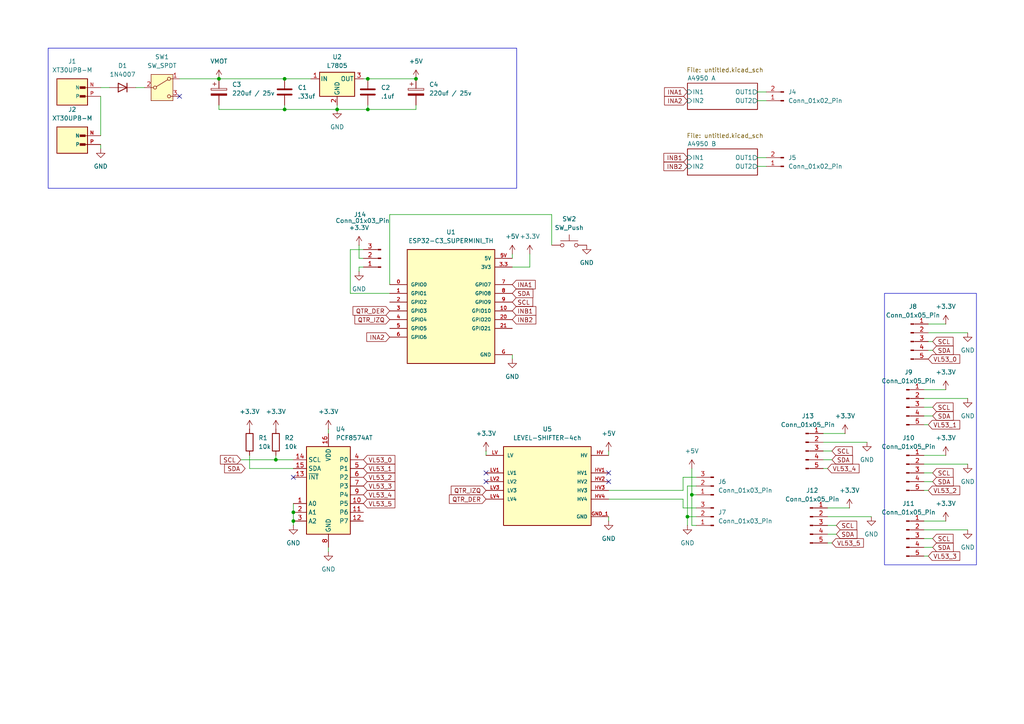
<source format=kicad_sch>
(kicad_sch (version 20250114) (generator "eeschema") (generator_version "9.0")
  (paper "A4")
  (lib_symbols
    (symbol "BOB-12009:BOB-12009" (pin_names (offset 1.016))
      (property "Reference" "U" (at -12.7 11.43 0))
      (property "Value" "BOB-12009" (at -12.7 -15.24 0))
      (symbol "BOB-12009_0_0"
        (rectangle (start -12.7 -12.7) (end 12.7 10.16) (stroke (width 0.254)) (fill (type background)))
        (pin bidirectional line (at -17.78 7.62 0) (length 5.08) (name "LV") (number "LV"))
        (pin bidirectional line (at -17.78 2.54 0) (length 5.08) (name "LV1") (number "LV1"))
        (pin bidirectional line (at -17.78 0 0) (length 5.08) (name "LV2") (number "LV2"))
        (pin bidirectional line (at -17.78 -2.54 0) (length 5.08) (name "LV3") (number "LV3"))
        (pin bidirectional line (at -17.78 -5.08 0) (length 5.08) (name "LV4") (number "LV4"))
        (pin bidirectional line (at 17.78 7.62 180) (length 5.08) (name "HV") (number "HV"))
        (pin bidirectional line (at 17.78 2.54 180) (length 5.08) (name "HV1") (number "HV1"))
        (pin bidirectional line (at 17.78 0 180) (length 5.08) (name "HV2") (number "HV2"))
        (pin bidirectional line (at 17.78 -2.54 180) (length 5.08) (name "HV3") (number "HV3"))
        (pin bidirectional line (at 17.78 -5.08 180) (length 5.08) (name "HV4") (number "HV4"))
        (pin power_in line (at 17.78 -10.16 180) (length 5.08) (name "GND") (number "GND_1"))
        (pin power_in line (at 17.78 -10.16 180) (length 5.08) (hide yes) (name "GND") (number "GND_2"))
      )
    )
    (symbol "Connector:Conn_01x02_Pin" (pin_names (offset 1.016) (hide yes))
      (property "Reference" "J" (at 0 2.54 0))
      (property "Value" "Conn_01x02_Pin" (at 0 -5.08 0))
      (symbol "Conn_01x02_Pin_1_1"
        (rectangle (start 0.8636 0.127) (end 0 -0.127) (stroke (width 0.1524)) (fill (type outline)))
        (rectangle (start 0.8636 -2.413) (end 0 -2.667) (stroke (width 0.1524)) (fill (type outline)))
        (polyline (pts (xy 1.27 0) (xy 0.8636 0)) (stroke (width 0.1524)))
        (polyline (pts (xy 1.27 -2.54) (xy 0.8636 -2.54)) (stroke (width 0.1524)))
        (pin passive line (at 5.08 0 180) (length 3.81) (name "Pin_1") (number "1"))
        (pin passive line (at 5.08 -2.54 180) (length 3.81) (name "Pin_2") (number "2"))
      )
    )
    (symbol "Connector:Conn_01x03_Pin" (pin_names (offset 1.016) (hide yes))
      (property "Reference" "J" (at 0 5.08 0))
      (property "Value" "Conn_01x03_Pin" (at 0 -5.08 0))
      (symbol "Conn_01x03_Pin_1_1"
        (rectangle (start 0.8636 2.667) (end 0 2.413) (stroke (width 0.1524)) (fill (type outline)))
        (rectangle (start 0.8636 0.127) (end 0 -0.127) (stroke (width 0.1524)) (fill (type outline)))
        (rectangle (start 0.8636 -2.413) (end 0 -2.667) (stroke (width 0.1524)) (fill (type outline)))
        (polyline (pts (xy 1.27 2.54) (xy 0.8636 2.54)) (stroke (width 0.1524)))
        (polyline (pts (xy 1.27 0) (xy 0.8636 0)) (stroke (width 0.1524)))
        (polyline (pts (xy 1.27 -2.54) (xy 0.8636 -2.54)) (stroke (width 0.1524)))
        (pin passive line (at 5.08 2.54 180) (length 3.81) (name "Pin_1") (number "1"))
        (pin passive line (at 5.08 0 180) (length 3.81) (name "Pin_2") (number "2"))
        (pin passive line (at 5.08 -2.54 180) (length 3.81) (name "Pin_3") (number "3"))
      )
    )
    (symbol "Connector:Conn_01x05_Pin" (pin_names (offset 1.016) (hide yes))
      (property "Reference" "J" (at 0 7.62 0))
      (property "Value" "Conn_01x05_Pin" (at 0 -7.62 0))
      (symbol "Conn_01x05_Pin_1_1"
        (rectangle (start 0.8636 5.207) (end 0 4.953) (stroke (width 0.1524)) (fill (type outline)))
        (rectangle (start 0.8636 2.667) (end 0 2.413) (stroke (width 0.1524)) (fill (type outline)))
        (rectangle (start 0.8636 0.127) (end 0 -0.127) (stroke (width 0.1524)) (fill (type outline)))
        (rectangle (start 0.8636 -2.413) (end 0 -2.667) (stroke (width 0.1524)) (fill (type outline)))
        (rectangle (start 0.8636 -4.953) (end 0 -5.207) (stroke (width 0.1524)) (fill (type outline)))
        (polyline (pts (xy 1.27 5.08) (xy 0.8636 5.08)) (stroke (width 0.1524)))
        (polyline (pts (xy 1.27 2.54) (xy 0.8636 2.54)) (stroke (width 0.1524)))
        (polyline (pts (xy 1.27 0) (xy 0.8636 0)) (stroke (width 0.1524)))
        (polyline (pts (xy 1.27 -2.54) (xy 0.8636 -2.54)) (stroke (width 0.1524)))
        (polyline (pts (xy 1.27 -5.08) (xy 0.8636 -5.08)) (stroke (width 0.1524)))
        (pin passive line (at 5.08 5.08 180) (length 3.81) (name "Pin_1") (number "1"))
        (pin passive line (at 5.08 2.54 180) (length 3.81) (name "Pin_2") (number "2"))
        (pin passive line (at 5.08 0 180) (length 3.81) (name "Pin_3") (number "3"))
        (pin passive line (at 5.08 -2.54 180) (length 3.81) (name "Pin_4") (number "4"))
        (pin passive line (at 5.08 -5.08 180) (length 3.81) (name "Pin_5") (number "5"))
      )
    )
    (symbol "Device:C" (pin_numbers (hide yes)) (pin_names (offset 0.254))
      (property "Reference" "C" (at 0.635 2.54 0))
      (property "Value" "C" (at 0.635 -2.54 0))
      (symbol "C_0_1"
        (polyline (pts (xy -2.032 0.762) (xy 2.032 0.762)) (stroke (width 0.508)))
        (polyline (pts (xy -2.032 -0.762) (xy 2.032 -0.762)) (stroke (width 0.508)))
      )
      (symbol "C_1_1"
        (pin passive line (at 0 3.81 270) (length 2.794) (name "~") (number "1"))
        (pin passive line (at 0 -3.81 90) (length 2.794) (name "~") (number "2"))
      )
    )
    (symbol "Device:C_Polarized" (pin_numbers (hide yes)) (pin_names (offset 0.254))
      (property "Reference" "C" (at 0.635 2.54 0))
      (property "Value" "C_Polarized" (at 0.635 -2.54 0))
      (symbol "C_Polarized_0_1"
        (rectangle (start -2.286 0.508) (end 2.286 1.016))
        (polyline (pts (xy -1.778 2.286) (xy -0.762 2.286)))
        (polyline (pts (xy -1.27 2.794) (xy -1.27 1.778)))
        (rectangle (start 2.286 -0.508) (end -2.286 -1.016) (fill (type outline)))
      )
      (symbol "C_Polarized_1_1"
        (pin passive line (at 0 3.81 270) (length 2.794) (name "~") (number "1"))
        (pin passive line (at 0 -3.81 90) (length 2.794) (name "~") (number "2"))
      )
    )
    (symbol "Device:R" (pin_numbers (hide yes)) (pin_names (offset 0))
      (property "Reference" "R" (at 2.032 0 90))
      (property "Value" "R" (at 0 0 90))
      (symbol "R_0_1"
        (rectangle (start -1.016 -2.54) (end 1.016 2.54) (stroke (width 0.254)))
      )
      (symbol "R_1_1"
        (pin passive line (at 0 3.81 270) (length 1.27) (name "~") (number "1"))
        (pin passive line (at 0 -3.81 90) (length 1.27) (name "~") (number "2"))
      )
    )
    (symbol "Diode:1N4007" (pin_numbers (hide yes)) (pin_names (hide yes))
      (property "Reference" "D" (at 0 2.54 0))
      (property "Value" "1N4007" (at 0 -2.54 0))
      (symbol "1N4007_0_1"
        (polyline (pts (xy -1.27 1.27) (xy -1.27 -1.27)) (stroke (width 0.254)))
        (polyline (pts (xy 1.27 1.27) (xy 1.27 -1.27) (xy -1.27 0) (xy 1.27 1.27)) (stroke (width 0.254)))
        (polyline (pts (xy 1.27 0) (xy -1.27 0)))
      )
      (symbol "1N4007_1_1"
        (pin passive line (at -3.81 0 0) (length 2.54) (name "K") (number "1"))
        (pin passive line (at 3.81 0 180) (length 2.54) (name "A") (number "2"))
      )
    )
    (symbol "ESP32-C3_SUPERMINI_TH:ESP32-C3_SUPERMINI_TH" (pin_names (offset 1.016))
      (property "Reference" "U" (at -12.7 16.002 0))
      (property "Value" "ESP32-C3_SUPERMINI_TH" (at -12.7 -20.32 0))
      (symbol "ESP32-C3_SUPERMINI_TH_0_0"
        (rectangle (start -12.7 -17.78) (end 12.7 15.24) (stroke (width 0.254)) (fill (type background)))
        (pin bidirectional line (at -17.78 5.08 0) (length 5.08) (name "GPIO0") (number "0"))
        (pin bidirectional line (at -17.78 2.54 0) (length 5.08) (name "GPIO1") (number "1"))
        (pin bidirectional line (at -17.78 0 0) (length 5.08) (name "GPIO2") (number "2"))
        (pin bidirectional line (at -17.78 -2.54 0) (length 5.08) (name "GPIO3") (number "3"))
        (pin bidirectional line (at -17.78 -5.08 0) (length 5.08) (name "GPIO4") (number "4"))
        (pin bidirectional line (at -17.78 -7.62 0) (length 5.08) (name "GPIO5") (number "5"))
        (pin bidirectional line (at -17.78 -10.16 0) (length 5.08) (name "GPIO6") (number "6"))
        (pin power_in line (at 17.78 12.7 180) (length 5.08) (name "5V") (number "5V"))
        (pin power_in line (at 17.78 10.16 180) (length 5.08) (name "3V3") (number "3.3"))
        (pin bidirectional line (at 17.78 5.08 180) (length 5.08) (name "GPIO7") (number "7"))
        (pin bidirectional line (at 17.78 2.54 180) (length 5.08) (name "GPIO8") (number "8"))
        (pin bidirectional line (at 17.78 0 180) (length 5.08) (name "GPIO9") (number "9"))
        (pin bidirectional line (at 17.78 -2.54 180) (length 5.08) (name "GPIO10") (number "10"))
        (pin bidirectional line (at 17.78 -5.08 180) (length 5.08) (name "GPIO20") (number "20"))
        (pin bidirectional line (at 17.78 -7.62 180) (length 5.08) (name "GPIO21") (number "21"))
        (pin power_in line (at 17.78 -15.24 180) (length 5.08) (name "GND") (number "G"))
      )
    )
    (symbol "Interface_Expansion:PCF8574AT"
      (property "Reference" "U" (at -6.35 12.954 0))
      (property "Value" "PCF8574AT" (at 3.048 12.954 0))
      (symbol "PCF8574AT_0_1"
        (rectangle (start -6.35 -13.97) (end 6.35 11.43) (stroke (width 0.254)) (fill (type background)))
      )
      (symbol "PCF8574AT_1_1"
        (pin input line (at -10.16 7.62 0) (length 3.81) (name "SCL") (number "14"))
        (pin bidirectional line (at -10.16 5.08 0) (length 3.81) (name "SDA") (number "15"))
        (pin open_collector line (at -10.16 2.54 0) (length 3.81) (name "~{INT}") (number "13"))
        (pin input line (at -10.16 -5.08 0) (length 3.81) (name "A0") (number "1"))
        (pin input line (at -10.16 -7.62 0) (length 3.81) (name "A1") (number "2"))
        (pin input line (at -10.16 -10.16 0) (length 3.81) (name "A2") (number "3"))
        (pin power_in line (at 0 15.24 270) (length 3.81) (name "VDD") (number "16"))
        (pin power_in line (at 0 -17.78 90) (length 3.81) (name "GND") (number "8"))
        (pin bidirectional line (at 10.16 7.62 180) (length 3.81) (name "P0") (number "4"))
        (pin bidirectional line (at 10.16 5.08 180) (length 3.81) (name "P1") (number "5"))
        (pin bidirectional line (at 10.16 2.54 180) (length 3.81) (name "P2") (number "6"))
        (pin bidirectional line (at 10.16 0 180) (length 3.81) (name "P3") (number "7"))
        (pin bidirectional line (at 10.16 -2.54 180) (length 3.81) (name "P4") (number "9"))
        (pin bidirectional line (at 10.16 -5.08 180) (length 3.81) (name "P5") (number "10"))
        (pin bidirectional line (at 10.16 -7.62 180) (length 3.81) (name "P6") (number "11"))
        (pin bidirectional line (at 10.16 -10.16 180) (length 3.81) (name "P7") (number "12"))
      )
    )
    (symbol "Regulator_Linear:L7805" (pin_names (offset 0.254))
      (property "Reference" "U" (at -3.81 3.175 0))
      (property "Value" "L7805" (at 0 3.175 0))
      (symbol "L7805_0_1"
        (rectangle (start -5.08 1.905) (end 5.08 -5.08) (stroke (width 0.254)) (fill (type background)))
      )
      (symbol "L7805_1_1"
        (pin power_in line (at -7.62 0 0) (length 2.54) (name "IN") (number "1"))
        (pin power_in line (at 0 -7.62 90) (length 2.54) (name "GND") (number "2"))
        (pin power_out line (at 7.62 0 180) (length 2.54) (name "OUT") (number "3"))
      )
    )
    (symbol "Switch:SW_Push" (pin_numbers (hide yes)) (pin_names (offset 1.016) (hide yes))
      (property "Reference" "SW" (at 1.27 2.54 0))
      (property "Value" "SW_Push" (at 0 -1.524 0))
      (symbol "SW_Push_0_1"
        (circle (center -2.032 0) (radius 0.508))
        (polyline (pts (xy 0 1.27) (xy 0 3.048)))
        (circle (center 2.032 0) (radius 0.508))
        (polyline (pts (xy 2.54 1.27) (xy -2.54 1.27)))
        (pin passive line (at -5.08 0 0) (length 2.54) (name "1") (number "1"))
        (pin passive line (at 5.08 0 180) (length 2.54) (name "2") (number "2"))
      )
    )
    (symbol "Switch:SW_SPDT" (pin_names (offset 0) (hide yes))
      (property "Reference" "SW" (at 0 5.08 0))
      (property "Value" "SW_SPDT" (at 0 -5.08 0))
      (symbol "SW_SPDT_0_1"
        (circle (center -2.032 0) (radius 0.4572))
        (polyline (pts (xy -1.651 0.254) (xy 1.651 2.286)))
        (circle (center 2.032 2.54) (radius 0.4572))
        (circle (center 2.032 -2.54) (radius 0.4572))
      )
      (symbol "SW_SPDT_1_1"
        (rectangle (start -3.175 3.81) (end 3.175 -3.81) (fill (type background)))
        (pin passive line (at -5.08 0 0) (length 2.54) (name "B") (number "2"))
        (pin passive line (at 5.08 2.54 180) (length 2.54) (name "A") (number "1"))
        (pin passive line (at 5.08 -2.54 180) (length 2.54) (name "C") (number "3"))
      )
    )
    (symbol "XT30UPB-M:XT30UPB-M" (pin_names (offset 1.016))
      (property "Reference" "J" (at -3.81 3.81 0))
      (property "Value" "XT30UPB-M" (at -4.064 -7.874 0))
      (symbol "XT30UPB-M_0_0"
        (rectangle (start -3.81 -5.08) (end 5.08 2.54) (stroke (width 0.254)) (fill (type background)))
        (rectangle (start -3.175 -0.3175) (end -1.5875 0.3175) (stroke (width 0.1)) (fill (type outline)))
        (rectangle (start -3.175 -2.8575) (end -1.5875 -2.2225) (stroke (width 0.1)) (fill (type outline)))
        (pin passive line (at -7.62 0 0) (length 5.08) (name "P") (number "P"))
        (pin passive line (at -7.62 -2.54 0) (length 5.08) (name "N") (number "N"))
      )
    )
    (symbol "power:+3.3V" (power) (pin_numbers (hide yes)) (pin_names (offset 0) (hide yes))
      (property "Value" "+3.3V" (at 0 3.556 0))
      (symbol "+3.3V_0_1"
        (polyline (pts (xy -0.762 1.27) (xy 0 2.54)))
        (polyline (pts (xy 0 2.54) (xy 0.762 1.27)))
        (polyline (pts (xy 0 0) (xy 0 2.54)))
      )
      (symbol "+3.3V_1_1"
        (pin power_in line (at 0 0 90) (length 0) (name "~") (number "1"))
      )
    )
    (symbol "power:+5V" (power) (pin_numbers (hide yes)) (pin_names (offset 0) (hide yes))
      (property "Value" "+5V" (at 0 3.556 0))
      (symbol "+5V_0_1"
        (polyline (pts (xy -0.762 1.27) (xy 0 2.54)))
        (polyline (pts (xy 0 2.54) (xy 0.762 1.27)))
        (polyline (pts (xy 0 0) (xy 0 2.54)))
      )
      (symbol "+5V_1_1"
        (pin power_in line (at 0 0 90) (length 0) (name "~") (number "1"))
      )
    )
    (symbol "power:GND" (power) (pin_numbers (hide yes)) (pin_names (offset 0) (hide yes))
      (property "Value" "GND" (at 0 -3.81 0))
      (symbol "GND_0_1"
        (polyline (pts (xy 0 0) (xy 0 -1.27) (xy 1.27 -1.27) (xy 0 -2.54) (xy -1.27 -1.27) (xy 0 -1.27)))
      )
      (symbol "GND_1_1"
        (pin power_in line (at 0 0 270) (length 0) (name "~") (number "1"))
      )
    )
    (symbol "power:VCC" (power) (pin_numbers (hide yes)) (pin_names (offset 0) (hide yes))
      (property "Value" "VCC" (at 0 3.556 0))
      (symbol "VCC_0_1"
        (polyline (pts (xy -0.762 1.27) (xy 0 2.54)))
        (polyline (pts (xy 0 2.54) (xy 0.762 1.27)))
        (polyline (pts (xy 0 0) (xy 0 2.54)))
      )
      (symbol "VCC_1_1"
        (pin power_in line (at 0 0 90) (length 0) (name "~") (number "1"))
      )
    )
  )
  (rectangle (start 256.54 85.09) (end 283.21 163.83))
  (rectangle (start 13.97 13.97) (end 149.86 54.61))
  (junction (at 82.55 31.75))
  (junction (at 85.09 148.59))
  (junction (at 97.79 31.75))
  (junction (at 199.39 149.86))
  (junction (at 85.09 151.13))
  (junction (at 80.01 133.35))
  (junction (at 120.65 22.86))
  (junction (at 106.68 31.75))
  (junction (at 200.66 143.51))
  (junction (at 82.55 22.86))
  (junction (at 106.68 22.86))
  (junction (at 63.5 22.86))
  (no_connect (at 176.53 137.16))
  (no_connect (at 85.09 138.43))
  (no_connect (at 176.53 139.7))
  (no_connect (at 140.97 137.16))
  (no_connect (at 52.07 27.94))
  (no_connect (at 140.97 139.7))
  (wire (pts (xy 72.39 135.89) (xy 85.09 135.89)))
  (wire (pts (xy 199.39 149.86) (xy 201.93 149.86)))
  (wire (pts (xy 97.79 31.75) (xy 106.68 31.75)))
  (wire (pts (xy 140.97 130.81) (xy 140.97 132.08)))
  (wire (pts (xy 270.51 120.65) (xy 267.97 120.65)))
  (wire (pts (xy 198.12 142.24) (xy 198.12 138.43)))
  (wire (pts (xy 200.66 143.51) (xy 200.66 152.4)))
  (wire (pts (xy 199.39 149.86) (xy 199.39 140.97)))
  (wire (pts (xy 148.59 102.87) (xy 148.59 104.14)))
  (wire (pts (xy 219.71 26.67) (xy 222.25 26.67)))
  (wire (pts (xy 41.91 25.4) (xy 39.37 25.4)))
  (wire (pts (xy 274.32 93.98) (xy 269.24 93.98)))
  (wire (pts (xy 176.53 151.13) (xy 176.53 149.86)))
  (wire (pts (xy 280.67 153.67) (xy 267.97 153.67)))
  (wire (pts (xy 270.51 139.7) (xy 267.97 139.7)))
  (wire (pts (xy 241.3 133.35) (xy 238.76 133.35)))
  (wire (pts (xy 242.57 154.94) (xy 240.03 154.94)))
  (wire (pts (xy 160.02 62.23) (xy 160.02 71.12)))
  (wire (pts (xy 242.57 152.4) (xy 240.03 152.4)))
  (wire (pts (xy 101.6 85.09) (xy 113.03 85.09)))
  (wire (pts (xy 153.67 77.47) (xy 148.59 77.47)))
  (wire (pts (xy 120.65 22.86) (xy 106.68 22.86)))
  (wire (pts (xy 80.01 132.08) (xy 80.01 133.35)))
  (wire (pts (xy 95.25 160.02) (xy 95.25 158.75)))
  (wire (pts (xy 153.67 73.66) (xy 153.67 77.47)))
  (wire (pts (xy 104.14 77.47) (xy 105.41 77.47)))
  (wire (pts (xy 219.71 29.21) (xy 222.25 29.21)))
  (wire (pts (xy 95.25 124.46) (xy 95.25 125.73)))
  (wire (pts (xy 198.12 147.32) (xy 198.12 144.78)))
  (wire (pts (xy 106.68 22.86) (xy 105.41 22.86)))
  (wire (pts (xy 270.51 158.75) (xy 267.97 158.75)))
  (wire (pts (xy 219.71 45.72) (xy 222.25 45.72)))
  (wire (pts (xy 270.51 101.6) (xy 269.24 101.6)))
  (wire (pts (xy 200.66 135.89) (xy 200.66 143.51)))
  (wire (pts (xy 63.5 22.86) (xy 82.55 22.86)))
  (wire (pts (xy 106.68 31.75) (xy 106.68 30.48)))
  (wire (pts (xy 199.39 152.4) (xy 199.39 149.86)))
  (wire (pts (xy 267.97 161.29) (xy 269.24 161.29)))
  (wire (pts (xy 104.14 77.47) (xy 104.14 78.74)))
  (wire (pts (xy 52.07 22.86) (xy 63.5 22.86)))
  (wire (pts (xy 201.93 147.32) (xy 198.12 147.32)))
  (wire (pts (xy 267.97 142.24) (xy 269.24 142.24)))
  (wire (pts (xy 245.11 125.73) (xy 238.76 125.73)))
  (wire (pts (xy 80.01 133.35) (xy 85.09 133.35)))
  (wire (pts (xy 241.3 130.81) (xy 238.76 130.81)))
  (wire (pts (xy 105.41 72.39) (xy 101.6 72.39)))
  (wire (pts (xy 270.51 118.11) (xy 267.97 118.11)))
  (wire (pts (xy 252.73 149.86) (xy 240.03 149.86)))
  (wire (pts (xy 219.71 48.26) (xy 222.25 48.26)))
  (wire (pts (xy 104.14 74.93) (xy 105.41 74.93)))
  (wire (pts (xy 280.67 134.62) (xy 267.97 134.62)))
  (wire (pts (xy 238.76 135.89) (xy 240.03 135.89)))
  (wire (pts (xy 101.6 72.39) (xy 101.6 85.09)))
  (wire (pts (xy 270.51 156.21) (xy 267.97 156.21)))
  (wire (pts (xy 270.51 99.06) (xy 269.24 99.06)))
  (wire (pts (xy 29.21 25.4) (xy 31.75 25.4)))
  (wire (pts (xy 251.46 128.27) (xy 238.76 128.27)))
  (wire (pts (xy 199.39 140.97) (xy 201.93 140.97)))
  (wire (pts (xy 270.51 137.16) (xy 267.97 137.16)))
  (wire (pts (xy 69.85 133.35) (xy 80.01 133.35)))
  (wire (pts (xy 113.03 62.23) (xy 160.02 62.23)))
  (wire (pts (xy 85.09 146.05) (xy 85.09 148.59)))
  (wire (pts (xy 176.53 142.24) (xy 198.12 142.24)))
  (wire (pts (xy 280.67 96.52) (xy 269.24 96.52)))
  (wire (pts (xy 148.59 74.93) (xy 148.59 73.66)))
  (wire (pts (xy 63.5 30.48) (xy 63.5 31.75)))
  (wire (pts (xy 113.03 82.55) (xy 113.03 62.23)))
  (wire (pts (xy 280.67 115.57) (xy 267.97 115.57)))
  (wire (pts (xy 106.68 31.75) (xy 120.65 31.75)))
  (wire (pts (xy 104.14 71.12) (xy 104.14 74.93)))
  (wire (pts (xy 240.03 157.48) (xy 241.3 157.48)))
  (wire (pts (xy 29.21 27.94) (xy 29.21 39.37)))
  (wire (pts (xy 29.21 41.91) (xy 29.21 43.18)))
  (wire (pts (xy 85.09 148.59) (xy 85.09 151.13)))
  (wire (pts (xy 200.66 143.51) (xy 201.93 143.51)))
  (wire (pts (xy 274.32 132.08) (xy 267.97 132.08)))
  (wire (pts (xy 63.5 31.75) (xy 82.55 31.75)))
  (wire (pts (xy 246.38 147.32) (xy 240.03 147.32)))
  (wire (pts (xy 72.39 135.89) (xy 72.39 132.08)))
  (wire (pts (xy 274.32 151.13) (xy 267.97 151.13)))
  (wire (pts (xy 267.97 123.19) (xy 269.24 123.19)))
  (wire (pts (xy 82.55 31.75) (xy 82.55 30.48)))
  (wire (pts (xy 198.12 138.43) (xy 201.93 138.43)))
  (wire (pts (xy 120.65 31.75) (xy 120.65 30.48)))
  (wire (pts (xy 97.79 31.75) (xy 97.79 30.48)))
  (wire (pts (xy 200.66 152.4) (xy 201.93 152.4)))
  (wire (pts (xy 90.17 22.86) (xy 82.55 22.86)))
  (wire (pts (xy 176.53 130.81) (xy 176.53 132.08)))
  (wire (pts (xy 198.12 144.78) (xy 176.53 144.78)))
  (wire (pts (xy 82.55 31.75) (xy 97.79 31.75)))
  (wire (pts (xy 274.32 113.03) (xy 267.97 113.03)))
  (wire (pts (xy 85.09 152.4) (xy 85.09 151.13)))
  (global_label "SDA" (shape input) (at 242.57 154.94 0) (property "Intersheetrefs" "${INTERSHEET_REFS}" (effects (hide yes))))
  (global_label "INB1" (shape input) (at 199.39 45.72 180) (property "Intersheetrefs" "${INTERSHEET_REFS}" (effects (hide yes))))
  (global_label "SCL" (shape input) (at 270.51 118.11 0) (property "Intersheetrefs" "${INTERSHEET_REFS}" (effects (hide yes))))
  (global_label "QTR_IZQ" (shape input) (at 140.97 142.24 180) (property "Intersheetrefs" "${INTERSHEET_REFS}" (effects (hide yes))))
  (global_label "SCL" (shape input) (at 69.85 133.35 180) (property "Intersheetrefs" "${INTERSHEET_REFS}" (effects (hide yes))))
  (global_label "SCL" (shape input) (at 242.57 152.4 0) (property "Intersheetrefs" "${INTERSHEET_REFS}" (effects (hide yes))))
  (global_label "SCL" (shape input) (at 241.3 130.81 0) (property "Intersheetrefs" "${INTERSHEET_REFS}" (effects (hide yes))))
  (global_label "INB2" (shape input) (at 199.39 48.26 180) (property "Intersheetrefs" "${INTERSHEET_REFS}" (effects (hide yes))))
  (global_label "VL53_2" (shape input) (at 269.24 142.24 0) (property "Intersheetrefs" "${INTERSHEET_REFS}" (effects (hide yes))))
  (global_label "VL53_5" (shape input) (at 241.3 157.48 0) (property "Intersheetrefs" "${INTERSHEET_REFS}" (effects (hide yes))))
  (global_label "VL53_0" (shape input) (at 269.24 104.14 0) (property "Intersheetrefs" "${INTERSHEET_REFS}" (effects (hide yes))))
  (global_label "INA2" (shape input) (at 113.03 97.79 180) (property "Intersheetrefs" "${INTERSHEET_REFS}" (effects (hide yes))))
  (global_label "VL53_0" (shape input) (at 105.41 133.35 0) (property "Intersheetrefs" "${INTERSHEET_REFS}" (effects (hide yes))))
  (global_label "SCL" (shape input) (at 270.51 156.21 0) (property "Intersheetrefs" "${INTERSHEET_REFS}" (effects (hide yes))))
  (global_label "INA1" (shape input) (at 148.59 82.55 0) (property "Intersheetrefs" "${INTERSHEET_REFS}" (effects (hide yes))))
  (global_label "VL53_3" (shape input) (at 269.24 161.29 0) (property "Intersheetrefs" "${INTERSHEET_REFS}" (effects (hide yes))))
  (global_label "QTR_DER" (shape input) (at 113.03 90.17 180) (property "Intersheetrefs" "${INTERSHEET_REFS}" (effects (hide yes))))
  (global_label "VL53_1" (shape input) (at 269.24 123.19 0) (property "Intersheetrefs" "${INTERSHEET_REFS}" (effects (hide yes))))
  (global_label "INB2" (shape input) (at 148.59 92.71 0) (property "Intersheetrefs" "${INTERSHEET_REFS}" (effects (hide yes))))
  (global_label "SDA" (shape input) (at 148.59 85.09 0) (property "Intersheetrefs" "${INTERSHEET_REFS}" (effects (hide yes))))
  (global_label "SCL" (shape input) (at 270.51 99.06 0) (property "Intersheetrefs" "${INTERSHEET_REFS}" (effects (hide yes))))
  (global_label "SDA" (shape input) (at 241.3 133.35 0) (property "Intersheetrefs" "${INTERSHEET_REFS}" (effects (hide yes))))
  (global_label "SCL" (shape input) (at 148.59 87.63 0) (property "Intersheetrefs" "${INTERSHEET_REFS}" (effects (hide yes))))
  (global_label "VL53_2" (shape input) (at 105.41 138.43 0) (property "Intersheetrefs" "${INTERSHEET_REFS}" (effects (hide yes))))
  (global_label "SDA" (shape input) (at 270.51 139.7 0) (property "Intersheetrefs" "${INTERSHEET_REFS}" (effects (hide yes))))
  (global_label "INA2" (shape input) (at 199.39 29.21 180) (property "Intersheetrefs" "${INTERSHEET_REFS}" (effects (hide yes))))
  (global_label "VL53_5" (shape input) (at 105.41 146.05 0) (property "Intersheetrefs" "${INTERSHEET_REFS}" (effects (hide yes))))
  (global_label "VL53_1" (shape input) (at 105.41 135.89 0) (property "Intersheetrefs" "${INTERSHEET_REFS}" (effects (hide yes))))
  (global_label "QTR_IZQ" (shape input) (at 113.03 92.71 180) (property "Intersheetrefs" "${INTERSHEET_REFS}" (effects (hide yes))))
  (global_label "SDA" (shape input) (at 270.51 158.75 0) (property "Intersheetrefs" "${INTERSHEET_REFS}" (effects (hide yes))))
  (global_label "VL53_4" (shape input) (at 105.41 143.51 0) (property "Intersheetrefs" "${INTERSHEET_REFS}" (effects (hide yes))))
  (global_label "SDA" (shape input) (at 270.51 120.65 0) (property "Intersheetrefs" "${INTERSHEET_REFS}" (effects (hide yes))))
  (global_label "VL53_3" (shape input) (at 105.41 140.97 0) (property "Intersheetrefs" "${INTERSHEET_REFS}" (effects (hide yes))))
  (global_label "SDA" (shape input) (at 71.12 135.89 180) (property "Intersheetrefs" "${INTERSHEET_REFS}" (effects (hide yes))))
  (global_label "SDA" (shape input) (at 270.51 101.6 0) (property "Intersheetrefs" "${INTERSHEET_REFS}" (effects (hide yes))))
  (global_label "VL53_4" (shape input) (at 240.03 135.89 0) (property "Intersheetrefs" "${INTERSHEET_REFS}" (effects (hide yes))))
  (global_label "INB1" (shape input) (at 148.59 90.17 0) (property "Intersheetrefs" "${INTERSHEET_REFS}" (effects (hide yes))))
  (global_label "QTR_DER" (shape input) (at 140.97 144.78 180) (property "Intersheetrefs" "${INTERSHEET_REFS}" (effects (hide yes))))
  (global_label "INA1" (shape input) (at 199.39 26.67 180) (property "Intersheetrefs" "${INTERSHEET_REFS}" (effects (hide yes))))
  (global_label "SCL" (shape input) (at 270.51 137.16 0) (property "Intersheetrefs" "${INTERSHEET_REFS}" (effects (hide yes))))
  (symbol (lib_id "Regulator_Linear:L7805") (at 97.79 22.86 0) (unit 1)
    (property "Reference" "U2" (at 97.79 16.51 0))
    (property "Value" "L7805" (at 97.79 19.05 0))
    (property "Footprint" "Package_TO_SOT_THT:TO-220F-3_Horizontal_TabUp" (effects (hide yes)))
    (property "Datasheet" "http://www.st.com/content/ccc/resource/technical/document/datasheet/41/4f/b3/b0/12/d4/47/88/CD00000444.pdf/files/CD00000444.pdf/jcr:content/translations/en.CD00000444.pdf" (effects (hide yes)))
    (property "Description" "Positive 1.5A 35V Linear Regulator, Fixed Output 5V, TO-220/TO-263/TO-252" (effects (hide yes)))
  )
  (symbol (lib_id "power:GND") (at 104.14 78.74 0) (unit 1)
    (property "Reference" "#PWR035" (effects (hide yes)))
    (property "Value" "GND" (at 104.14 83.82 0))
    (property "Description" "Power symbol creates a global label with name \"GND\" , ground" (effects (hide yes)))
  )
  (symbol (lib_id "power:GND") (at 252.73 149.86 0) (unit 1)
    (property "Reference" "#PWR032" (effects (hide yes)))
    (property "Value" "GND" (at 252.73 154.94 0))
    (property "Description" "Power symbol creates a global label with name \"GND\" , ground" (effects (hide yes)))
  )
  (symbol (lib_id "power:+3.3V") (at 245.11 125.73 0) (unit 1)
    (property "Reference" "#PWR033" (effects (hide yes)))
    (property "Value" "+3.3V" (at 245.11 120.65 0))
    (property "Description" "Power symbol creates a global label with name \"+3.3V\"" (effects (hide yes)))
  )
  (symbol (lib_id "power:+3.3V") (at 153.67 73.66 0) (unit 1)
    (property "Reference" "#PWR010" (effects (hide yes)))
    (property "Value" "+3.3V" (at 153.67 68.58 0))
    (property "Description" "Power symbol creates a global label with name \"+3.3V\"" (effects (hide yes)))
  )
  (symbol (lib_id "Device:R") (at 80.01 128.27 0) (unit 1)
    (property "Reference" "R2" (at 82.55 126.9999 0) (effects (justify left)))
    (property "Value" "10k" (at 82.55 129.5399 0) (effects (justify left)))
    (property "Footprint" "Resistor_SMD:R_0805_2012Metric_Pad1.20x1.40mm_HandSolder" (effects (hide yes)))
    (property "Description" "Resistor" (effects (hide yes)))
  )
  (symbol (lib_id "power:+3.3V") (at 140.97 130.81 0) (unit 1)
    (property "Reference" "#PWR018" (effects (hide yes)))
    (property "Value" "+3.3V" (at 140.97 125.73 0))
    (property "Description" "Power symbol creates a global label with name \"+3.3V\"" (effects (hide yes)))
  )
  (symbol (lib_id "Connector:Conn_01x02_Pin") (at 227.33 29.21 180) (unit 1)
    (property "Reference" "J4" (at 228.6 26.6699 0) (effects (justify right)))
    (property "Value" "Conn_01x02_Pin" (at 228.6 29.2099 0) (effects (justify right)))
    (property "Footprint" "Connector_Molex:Molex_KK-254_AE-6410-02A_1x02_P2.54mm_Vertical" (effects (hide yes)))
    (property "Description" "Generic connector, single row, 01x02, script generated" (effects (hide yes)))
  )
  (symbol (lib_id "Switch:SW_SPDT") (at 46.99 25.4 0) (unit 1)
    (property "Reference" "SW1" (at 46.99 16.51 0))
    (property "Value" "SW_SPDT" (at 46.99 19.05 0))
    (property "Footprint" "Button_Switch_THT:SW_Slide_SPDT_Straight_CK_OS102011MS2Q" (effects (hide yes)))
    (property "Description" "Switch, single pole double throw" (effects (hide yes)))
  )
  (symbol (lib_id "power:GND") (at 148.59 104.14 0) (unit 1)
    (property "Reference" "#PWR05" (effects (hide yes)))
    (property "Value" "GND" (at 148.59 109.22 0))
    (property "Description" "Power symbol creates a global label with name \"GND\" , ground" (effects (hide yes)))
  )
  (symbol (lib_id "power:+5V") (at 200.66 135.89 0) (unit 1)
    (property "Reference" "#PWR023" (effects (hide yes)))
    (property "Value" "+5V" (at 200.66 130.81 0))
    (property "Description" "Power symbol creates a global label with name \"+5V\"" (effects (hide yes)))
  )
  (symbol (lib_id "Connector:Conn_01x05_Pin") (at 262.89 156.21 0) (unit 1)
    (property "Reference" "J11" (at 263.525 146.05 0))
    (property "Value" "Conn_01x05_Pin" (at 263.525 148.59 0))
    (property "Footprint" "Connector_PinHeader_2.54mm:PinHeader_1x05_P2.54mm_Vertical" (effects (hide yes)))
    (property "Description" "Generic connector, single row, 01x05, script generated" (effects (hide yes)))
  )
  (symbol (lib_id "power:GND") (at 85.09 152.4 0) (unit 1)
    (property "Reference" "#PWR016" (effects (hide yes)))
    (property "Value" "GND" (at 85.09 157.48 0))
    (property "Description" "Power symbol creates a global label with name \"GND\" , ground" (effects (hide yes)))
  )
  (symbol (lib_id "power:+3.3V") (at 95.25 124.46 0) (unit 1)
    (property "Reference" "#PWR013" (effects (hide yes)))
    (property "Value" "+3.3V" (at 95.25 119.38 0))
    (property "Description" "Power symbol creates a global label with name \"+3.3V\"" (effects (hide yes)))
  )
  (symbol (lib_id "power:+5V") (at 148.59 73.66 0) (unit 1)
    (property "Reference" "#PWR04" (effects (hide yes)))
    (property "Value" "+5V" (at 148.59 68.58 0))
    (property "Description" "Power symbol creates a global label with name \"+5V\"" (effects (hide yes)))
  )
  (symbol (lib_id "power:GND") (at 280.67 153.67 0) (unit 1)
    (property "Reference" "#PWR030" (effects (hide yes)))
    (property "Value" "GND" (at 280.67 158.75 0))
    (property "Description" "Power symbol creates a global label with name \"GND\" , ground" (effects (hide yes)))
  )
  (symbol (lib_id "Connector:Conn_01x05_Pin") (at 262.89 118.11 0) (unit 1)
    (property "Reference" "J9" (at 263.525 107.95 0))
    (property "Value" "Conn_01x05_Pin" (at 263.525 110.49 0))
    (property "Footprint" "Connector_PinHeader_2.54mm:PinHeader_1x05_P2.54mm_Vertical" (effects (hide yes)))
    (property "Description" "Generic connector, single row, 01x05, script generated" (effects (hide yes)))
  )
  (symbol (lib_id "Connector:Conn_01x02_Pin") (at 227.33 48.26 180) (unit 1)
    (property "Reference" "J5" (at 228.6 45.7199 0) (effects (justify right)))
    (property "Value" "Conn_01x02_Pin" (at 228.6 48.2599 0) (effects (justify right)))
    (property "Footprint" "Connector_Molex:Molex_KK-254_AE-6410-02A_1x02_P2.54mm_Vertical" (effects (hide yes)))
    (property "Description" "Generic connector, single row, 01x02, script generated" (effects (hide yes)))
  )
  (symbol (lib_id "Connector:Conn_01x03_Pin") (at 110.49 74.93 180) (unit 1)
    (property "Reference" "J14" (at 102.616 62.23 0) (effects (justify right)))
    (property "Value" "Conn_01x03_Pin" (at 97.282 64.008 0) (effects (justify right)))
    (property "Footprint" "Connector_PinHeader_2.54mm:PinHeader_1x03_P2.54mm_Vertical" (effects (hide yes)))
    (property "Description" "Generic connector, single row, 01x03, script generated" (effects (hide yes)))
  )
  (symbol (lib_id "Diode:1N4007") (at 35.56 25.4 180) (unit 1)
    (property "Reference" "D1" (at 35.56 19.05 0))
    (property "Value" "1N4007" (at 35.56 21.59 0))
    (property "Footprint" "Diode_THT:D_DO-41_SOD81_P10.16mm_Horizontal" (effects (hide yes)))
    (property "Datasheet" "http://www.vishay.com/docs/88503/1n4001.pdf" (effects (hide yes)))
    (property "Description" "1000V 1A General Purpose Rectifier Diode, DO-41" (effects (hide yes)))
    (property "Sim.Device" "D" (effects (hide yes)))
    (property "Sim.Pins" "1=K 2=A" (effects (hide yes)))
  )
  (symbol (lib_id "power:GND") (at 280.67 115.57 0) (unit 1)
    (property "Reference" "#PWR026" (effects (hide yes)))
    (property "Value" "GND" (at 280.67 120.65 0))
    (property "Description" "Power symbol creates a global label with name \"GND\" , ground" (effects (hide yes)))
  )
  (symbol (lib_id "power:GND") (at 280.67 96.52 0) (unit 1)
    (property "Reference" "#PWR024" (effects (hide yes)))
    (property "Value" "GND" (at 280.67 101.6 0))
    (property "Description" "Power symbol creates a global label with name \"GND\" , ground" (effects (hide yes)))
  )
  (symbol (lib_id "power:+3.3V") (at 274.32 113.03 0) (unit 1)
    (property "Reference" "#PWR025" (effects (hide yes)))
    (property "Value" "+3.3V" (at 274.32 107.95 0))
    (property "Description" "Power symbol creates a global label with name \"+3.3V\"" (effects (hide yes)))
  )
  (symbol (lib_id "XT30UPB-M:XT30UPB-M") (at 21.59 27.94 180) (unit 1)
    (property "Reference" "J1" (at 20.955 17.78 0))
    (property "Value" "XT30UPB-M" (at 20.955 20.32 0))
    (property "Footprint" "XT30UPB-M:AMASS_XT30UPB-M" (effects (hide yes)))
    (property "MF" "amass" (effects (hide yes)))
    (property "MAXIMUM_PACKAGE_HEIGHT" "10.7mm" (effects (hide yes)))
    (property "CREATOR" "DIZAR" (effects (hide yes)))
    (property "Price" "None" (effects (hide yes)))
    (property "Package" "None" (effects (hide yes)))
    (property "Check_prices" "https://www.snapeda.com/parts/XT30UPB-M/AMASS/view-part/?ref=eda" (effects (hide yes)))
    (property "STANDARD" "Manufacturer Recommendations" (effects (hide yes)))
    (property "SnapEDA_Link" "https://www.snapeda.com/parts/XT30UPB-M/AMASS/view-part/?ref=snap" (effects (hide yes)))
    (property "MP" "XT30UPB-M" (effects (hide yes)))
    (property "Description_1" "Socket; DC supply; XT30; male; PIN: 2; on PCBs; THT; yellow; 15A; 500V" (effects (hide yes)))
    (property "Availability" "In Stock" (effects (hide yes)))
    (property "MANUFACTURER" "amass" (effects (hide yes)))
  )
  (symbol (lib_id "power:VCC") (at 63.5 22.86 0) (unit 1)
    (property "Reference" "#PWR06" (effects (hide yes)))
    (property "Value" "VMOT" (at 63.5 17.78 0))
    (property "Description" "Power symbol creates a global label with name \"VCC\"" (effects (hide yes)))
  )
  (symbol (lib_id "BOB-12009:BOB-12009") (at 158.75 139.7 0) (unit 1)
    (property "Reference" "U5" (at 158.75 124.46 0))
    (property "Value" "LEVEL-SHIFTER-4ch" (at 158.75 127 0))
    (property "Footprint" "BOB-12009:CONV_BOB-12009" (effects (hide yes)))
    (property "MF" "SparkFun" (effects (hide yes)))
    (property "MAXIMUM_PACKAGE_HEIGHT" "N/A" (effects (hide yes)))
    (property "Package" "None" (effects (hide yes)))
    (property "Price" "None" (effects (hide yes)))
    (property "Check_prices" "https://www.snapeda.com/parts/BOB-12009/SparkFun/view-part/?ref=eda" (effects (hide yes)))
    (property "STANDARD" "Manufacturer Recommendations" (effects (hide yes)))
    (property "PARTREV" "01" (effects (hide yes)))
    (property "SnapEDA_Link" "https://www.snapeda.com/parts/BOB-12009/SparkFun/view-part/?ref=snap" (effects (hide yes)))
    (property "MP" "BOB-12009" (effects (hide yes)))
    (property "Description_1" "BSS138 - Logic-Level Translator Interface Evaluation Board" (effects (hide yes)))
    (property "Availability" "In Stock" (effects (hide yes)))
    (property "MANUFACTURER" "SparkFun Electronics" (effects (hide yes)))
  )
  (symbol (lib_id "Device:C_Polarized") (at 63.5 26.67 0) (unit 1)
    (property "Reference" "C3" (at 67.31 24.5109 0) (effects (justify left)))
    (property "Value" "220uf / 25v" (at 67.31 27.0509 0) (effects (justify left)))
    (property "Footprint" "Capacitor_THT:CP_Radial_D6.3mm_P2.50mm" (effects (hide yes)))
    (property "Description" "Polarized capacitor" (effects (hide yes)))
  )
  (symbol (lib_id "power:GND") (at 251.46 128.27 0) (unit 1)
    (property "Reference" "#PWR034" (effects (hide yes)))
    (property "Value" "GND" (at 251.46 133.35 0))
    (property "Description" "Power symbol creates a global label with name \"GND\" , ground" (effects (hide yes)))
  )
  (symbol (lib_id "Connector:Conn_01x05_Pin") (at 234.95 152.4 0) (unit 1)
    (property "Reference" "J12" (at 235.585 142.24 0))
    (property "Value" "Conn_01x05_Pin" (at 235.585 144.78 0))
    (property "Footprint" "Connector_PinHeader_2.54mm:PinHeader_1x05_P2.54mm_Vertical" (effects (hide yes)))
    (property "Description" "Generic connector, single row, 01x05, script generated" (effects (hide yes)))
  )
  (symbol (lib_id "Connector:Conn_01x05_Pin") (at 262.89 137.16 0) (unit 1)
    (property "Reference" "J10" (at 263.525 127 0))
    (property "Value" "Conn_01x05_Pin" (at 263.525 129.54 0))
    (property "Footprint" "Connector_PinHeader_2.54mm:PinHeader_1x05_P2.54mm_Vertical" (effects (hide yes)))
    (property "Description" "Generic connector, single row, 01x05, script generated" (effects (hide yes)))
  )
  (symbol (lib_id "power:+5V") (at 176.53 130.81 0) (unit 1)
    (property "Reference" "#PWR019" (effects (hide yes)))
    (property "Value" "+5V" (at 176.53 125.73 0))
    (property "Description" "Power symbol creates a global label with name \"+5V\"" (effects (hide yes)))
  )
  (symbol (lib_id "power:+3.3V") (at 104.14 71.12 0) (unit 1)
    (property "Reference" "#PWR036" (effects (hide yes)))
    (property "Value" "+3.3V" (at 104.14 66.04 0))
    (property "Description" "Power symbol creates a global label with name \"+3.3V\"" (effects (hide yes)))
  )
  (symbol (lib_id "power:+3.3V") (at 72.39 124.46 0) (unit 1)
    (property "Reference" "#PWR015" (effects (hide yes)))
    (property "Value" "+3.3V" (at 72.39 119.38 0))
    (property "Description" "Power symbol creates a global label with name \"+3.3V\"" (effects (hide yes)))
  )
  (symbol (lib_id "power:+3.3V") (at 246.38 147.32 0) (unit 1)
    (property "Reference" "#PWR031" (effects (hide yes)))
    (property "Value" "+3.3V" (at 246.38 142.24 0))
    (property "Description" "Power symbol creates a global label with name \"+3.3V\"" (effects (hide yes)))
  )
  (symbol (lib_id "power:+5V") (at 120.65 22.86 0) (unit 1)
    (property "Reference" "#PWR02" (effects (hide yes)))
    (property "Value" "+5V" (at 120.65 17.78 0))
    (property "Description" "Power symbol creates a global label with name \"+5V\"" (effects (hide yes)))
  )
  (symbol (lib_id "power:GND") (at 280.67 134.62 0) (unit 1)
    (property "Reference" "#PWR028" (effects (hide yes)))
    (property "Value" "GND" (at 280.67 139.7 0))
    (property "Description" "Power symbol creates a global label with name \"GND\" , ground" (effects (hide yes)))
  )
  (symbol (lib_id "power:+3.3V") (at 80.01 124.46 0) (unit 1)
    (property "Reference" "#PWR014" (effects (hide yes)))
    (property "Value" "+3.3V" (at 80.01 119.38 0))
    (property "Description" "Power symbol creates a global label with name \"+3.3V\"" (effects (hide yes)))
  )
  (symbol (lib_id "Connector:Conn_01x05_Pin") (at 233.68 130.81 0) (unit 1)
    (property "Reference" "J13" (at 234.315 120.65 0))
    (property "Value" "Conn_01x05_Pin" (at 234.315 123.19 0))
    (property "Footprint" "Connector_PinHeader_2.54mm:PinHeader_1x05_P2.54mm_Vertical" (effects (hide yes)))
    (property "Description" "Generic connector, single row, 01x05, script generated" (effects (hide yes)))
  )
  (symbol (lib_id "Device:C") (at 82.55 26.67 0) (unit 1)
    (property "Reference" "C1" (at 86.36 25.3999 0) (effects (justify left)))
    (property "Value" ".33uf" (at 86.36 27.9399 0) (effects (justify left)))
    (property "Footprint" "Capacitor_THT:C_Disc_D3.0mm_W2.0mm_P2.50mm" (effects (hide yes)))
    (property "Description" "Unpolarized capacitor" (effects (hide yes)))
  )
  (symbol (lib_id "Connector:Conn_01x05_Pin") (at 264.16 99.06 0) (unit 1)
    (property "Reference" "J8" (at 264.795 88.9 0))
    (property "Value" "Conn_01x05_Pin" (at 264.795 91.44 0))
    (property "Footprint" "Connector_PinHeader_2.54mm:PinHeader_1x05_P2.54mm_Vertical" (effects (hide yes)))
    (property "Description" "Generic connector, single row, 01x05, script generated" (effects (hide yes)))
  )
  (symbol (lib_id "ESP32-C3_SUPERMINI_TH:ESP32-C3_SUPERMINI_TH") (at 130.81 87.63 0) (unit 1)
    (property "Reference" "U1" (at 130.81 67.31 0))
    (property "Value" "ESP32-C3_SUPERMINI_TH" (at 130.81 69.85 0))
    (property "Footprint" "ESP32-C3_SUPERMINI_TH:MODULE_ESP32-C3_SUPERMINI_TH" (effects (hide yes)))
    (property "MF" "Espressif Systems" (effects (hide yes)))
    (property "Description_1" "Super tiny ESP32-C3 board" (effects (hide yes)))
    (property "CREATOR" "DIZAR" (effects (hide yes)))
    (property "Price" "None" (effects (hide yes)))
    (property "Package" "Package" (effects (hide yes)))
    (property "Check_prices" "https://www.snapeda.com/parts/ESP32-C3%20SuperMini_TH/Espressif+Systems/view-part/?ref=eda" (effects (hide yes)))
    (property "STANDARD" "IPC-7351B" (effects (hide yes)))
    (property "SnapEDA_Link" "https://www.snapeda.com/parts/ESP32-C3%20SuperMini_TH/Espressif+Systems/view-part/?ref=snap" (effects (hide yes)))
    (property "MP" "ESP32-C3 SuperMini_TH" (effects (hide yes)))
    (property "Availability" "Not in stock" (effects (hide yes)))
    (property "MANUFACTURER" "Espressif Systems" (effects (hide yes)))
  )
  (symbol (lib_id "power:+3.3V") (at 274.32 93.98 0) (unit 1)
    (property "Reference" "#PWR022" (effects (hide yes)))
    (property "Value" "+3.3V" (at 274.32 88.9 0))
    (property "Description" "Power symbol creates a global label with name \"+3.3V\"" (effects (hide yes)))
  )
  (symbol (lib_id "power:+3.3V") (at 274.32 151.13 0) (unit 1)
    (property "Reference" "#PWR029" (effects (hide yes)))
    (property "Value" "+3.3V" (at 274.32 146.05 0))
    (property "Description" "Power symbol creates a global label with name \"+3.3V\"" (effects (hide yes)))
  )
  (symbol (lib_id "Device:C") (at 106.68 26.67 0) (unit 1)
    (property "Reference" "C2" (at 110.49 25.3999 0) (effects (justify left)))
    (property "Value" ".1uf" (at 110.49 27.9399 0) (effects (justify left)))
    (property "Footprint" "Capacitor_THT:C_Disc_D3.0mm_W2.0mm_P2.50mm" (effects (hide yes)))
    (property "Description" "Unpolarized capacitor" (effects (hide yes)))
  )
  (symbol (lib_id "power:GND") (at 170.18 71.12 0) (unit 1)
    (property "Reference" "#PWR020" (effects (hide yes)))
    (property "Value" "GND" (at 170.18 76.2 0))
    (property "Description" "Power symbol creates a global label with name \"GND\" , ground" (effects (hide yes)))
  )
  (symbol (lib_id "Device:R") (at 72.39 128.27 0) (unit 1)
    (property "Reference" "R1" (at 74.93 126.9999 0) (effects (justify left)))
    (property "Value" "10k" (at 74.93 129.5399 0) (effects (justify left)))
    (property "Footprint" "Resistor_SMD:R_0805_2012Metric_Pad1.20x1.40mm_HandSolder" (effects (hide yes)))
    (property "Description" "Resistor" (effects (hide yes)))
  )
  (symbol (lib_id "power:GND") (at 176.53 151.13 0) (unit 1)
    (property "Reference" "#PWR017" (effects (hide yes)))
    (property "Value" "GND" (at 176.53 156.21 0))
    (property "Description" "Power symbol creates a global label with name \"GND\" , ground" (effects (hide yes)))
  )
  (symbol (lib_id "Interface_Expansion:PCF8574AT") (at 95.25 140.97 0) (unit 1)
    (property "Reference" "U4" (at 97.3933 124.46 0) (effects (justify left)))
    (property "Value" "PCF8574AT" (at 97.3933 127 0) (effects (justify left)))
    (property "Footprint" "Package_SO:SOIC-16W_7.5x10.3mm_P1.27mm" (effects (hide yes)))
    (property "Datasheet" "http://www.nxp.com/docs/en/data-sheet/PCF8574_PCF8574A.pdf" (effects (hide yes)))
    (property "Description" "8 Bit Port/Expander to I2C Bus, fixed address bits 0b0111, SOIC-16" (effects (hide yes)))
  )
  (symbol (lib_id "power:GND") (at 97.79 31.75 0) (unit 1)
    (property "Reference" "#PWR03" (effects (hide yes)))
    (property "Value" "GND" (at 97.79 36.83 0))
    (property "Description" "Power symbol creates a global label with name \"GND\" , ground" (effects (hide yes)))
  )
  (symbol (lib_id "Connector:Conn_01x03_Pin") (at 207.01 149.86 180) (unit 1)
    (property "Reference" "J7" (at 208.28 148.5899 0) (effects (justify right)))
    (property "Value" "Conn_01x03_Pin" (at 208.28 151.1299 0) (effects (justify right)))
    (property "Footprint" "Connector_PinHeader_2.54mm:PinHeader_1x03_P2.54mm_Vertical" (effects (hide yes)))
    (property "Description" "Generic connector, single row, 01x03, script generated" (effects (hide yes)))
  )
  (symbol (lib_id "Connector:Conn_01x03_Pin") (at 207.01 140.97 180) (unit 1)
    (property "Reference" "J6" (at 208.28 139.6999 0) (effects (justify right)))
    (property "Value" "Conn_01x03_Pin" (at 208.28 142.2399 0) (effects (justify right)))
    (property "Footprint" "Connector_PinHeader_2.54mm:PinHeader_1x03_P2.54mm_Vertical" (effects (hide yes)))
    (property "Description" "Generic connector, single row, 01x03, script generated" (effects (hide yes)))
  )
  (symbol (lib_id "Device:C_Polarized") (at 120.65 26.67 0) (unit 1)
    (property "Reference" "C4" (at 124.46 24.5109 0) (effects (justify left)))
    (property "Value" "220uf / 25v" (at 124.46 27.0509 0) (effects (justify left)))
    (property "Footprint" "Capacitor_THT:CP_Radial_D8.0mm_P3.80mm" (effects (hide yes)))
    (property "Description" "Polarized capacitor" (effects (hide yes)))
  )
  (symbol (lib_id "power:+3.3V") (at 274.32 132.08 0) (unit 1)
    (property "Reference" "#PWR027" (effects (hide yes)))
    (property "Value" "+3.3V" (at 274.32 127 0))
    (property "Description" "Power symbol creates a global label with name \"+3.3V\"" (effects (hide yes)))
  )
  (symbol (lib_id "XT30UPB-M:XT30UPB-M") (at 21.59 41.91 180) (unit 1)
    (property "Reference" "J2" (at 20.955 31.75 0))
    (property "Value" "XT30UPB-M" (at 20.955 34.29 0))
    (property "Footprint" "XT30UPB-M:AMASS_XT30UPB-M" (effects (hide yes)))
    (property "MF" "amass" (effects (hide yes)))
    (property "MAXIMUM_PACKAGE_HEIGHT" "10.7mm" (effects (hide yes)))
    (property "CREATOR" "DIZAR" (effects (hide yes)))
    (property "Price" "None" (effects (hide yes)))
    (property "Package" "None" (effects (hide yes)))
    (property "Check_prices" "https://www.snapeda.com/parts/XT30UPB-M/AMASS/view-part/?ref=eda" (effects (hide yes)))
    (property "STANDARD" "Manufacturer Recommendations" (effects (hide yes)))
    (property "SnapEDA_Link" "https://www.snapeda.com/parts/XT30UPB-M/AMASS/view-part/?ref=snap" (effects (hide yes)))
    (property "MP" "XT30UPB-M" (effects (hide yes)))
    (property "Description_1" "Socket; DC supply; XT30; male; PIN: 2; on PCBs; THT; yellow; 15A; 500V" (effects (hide yes)))
    (property "Availability" "In Stock" (effects (hide yes)))
    (property "MANUFACTURER" "amass" (effects (hide yes)))
  )
  (symbol (lib_id "power:GND") (at 199.39 152.4 0) (unit 1)
    (property "Reference" "#PWR021" (effects (hide yes)))
    (property "Value" "GND" (at 199.39 157.48 0))
    (property "Description" "Power symbol creates a global label with name \"GND\" , ground" (effects (hide yes)))
  )
  (symbol (lib_id "Switch:SW_Push") (at 165.1 71.12 0) (mirror y) (unit 1)
    (property "Reference" "SW2" (at 165.1 63.5 0))
    (property "Value" "SW_Push" (at 165.1 66.04 0))
    (property "Footprint" "Button_Switch_THT:SW_PUSH_6mm_H4.3mm" (effects (hide yes)))
    (property "Description" "Push button switch, generic, two pins" (effects (hide yes)))
  )
  (symbol (lib_id "power:GND") (at 95.25 160.02 0) (unit 1)
    (property "Reference" "#PWR012" (effects (hide yes)))
    (property "Value" "GND" (at 95.25 165.1 0))
    (property "Description" "Power symbol creates a global label with name \"GND\" , ground" (effects (hide yes)))
  )
  (symbol (lib_id "power:GND") (at 29.21 43.18 0) (unit 1)
    (property "Reference" "#PWR01" (effects (hide yes)))
    (property "Value" "GND" (at 29.21 48.26 0))
    (property "Description" "Power symbol creates a global label with name \"GND\" , ground" (effects (hide yes)))
  )
  (sheet (at 199.39 43.18) (size 20.32 7.62) (stroke (width 0.1524))
    (property "Sheetname" "A4950 B" (at 199.39 42.4684 0) (effects (justify left bottom)))
    (property "Sheetfile" "untitled.kicad_sch" (at 199.136 38.608 0) (effects (justify left top)))
    (pin "IN1" input (at 199.39 45.72 180))
    (pin "IN2" input (at 199.39 48.26 180))
    (pin "OUT1" output (at 219.71 45.72 0))
    (pin "OUT2" output (at 219.71 48.26 0))
  )
  (sheet (at 199.39 24.13) (size 20.32 7.62) (stroke (width 0.1524))
    (property "Sheetname" "A4950 A" (at 199.39 23.4184 0) (effects (justify left bottom)))
    (property "Sheetfile" "untitled.kicad_sch" (at 199.136 19.558 0) (effects (justify left top)))
    (pin "IN1" input (at 199.39 26.67 180))
    (pin "IN2" input (at 199.39 29.21 180))
    (pin "OUT1" output (at 219.71 26.67 0))
    (pin "OUT2" output (at 219.71 29.21 0))
  )
)
</source>
